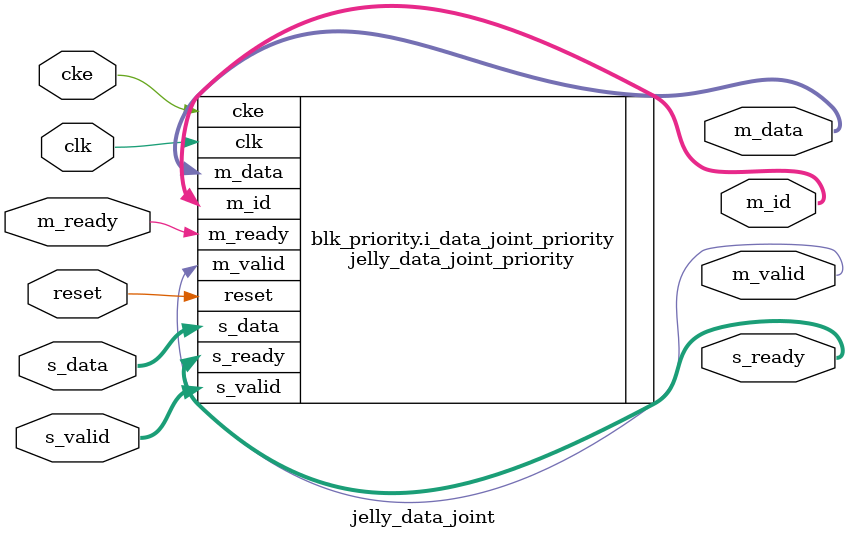
<source format=v>



`timescale 1ns / 1ps
`default_nettype none



module jelly_data_joint
        #(
            parameter   NUM         = 16,
            parameter   ID_WIDTH    = 4,
            parameter   DATA_WIDTH  = 32,
            parameter   S_REGS      = 1,
            parameter   M_REGS      = 1,
            parameter   ALGORITHM   = "PRIORITY",
            parameter   USE_M_READY = 1,
            parameter   NO_CONFLICT = 0
        )
        (
            input   wire                            reset,
            input   wire                            clk,
            input   wire                            cke,
            
            input   wire    [NUM*DATA_WIDTH-1:0]    s_data,
            input   wire    [NUM-1:0]               s_valid,
            output  wire    [NUM-1:0]               s_ready,
            
            output  wire    [ID_WIDTH-1:0]          m_id,
            output  wire    [DATA_WIDTH-1:0]        m_data,
            output  wire                            m_valid,
            input   wire                            m_ready
        );
    
    generate
    if ( ALGORITHM == "RINGBUS" ) begin : blk_ringbus
        jelly_data_arbiter_ring_bus
                #(
                    .S_NUM          (NUM),
                    .S_ID_WIDTH     (ID_WIDTH),
                    .M_NUM          (1),
                    .M_ID_WIDTH     (1),
                    .DATA_WIDTH     (DATA_WIDTH),
                    .NO_RING        (!USE_M_READY)
                )
            i_data_arbiter_ring_bus
                (
                    .reset          (reset),
                    .clk            (clk),
                    .cke            (cke),
                    
                    .s_id_to        (1'b0),
                    .s_data         (s_data),
                    .s_valid        (s_valid),
                    .s_ready        (s_ready),
                    
                    .m_id_from      (m_id),
                    .m_data         (m_data),
                    .m_valid        (m_valid),
                    .m_ready        (m_ready)
                );
    end
    else begin : blk_priority
        jelly_data_joint_priority
                #(
                    .NUM                (NUM),
                    .DATA_WIDTH         (DATA_WIDTH),
                    .NO_CONFLICT        (NO_CONFLICT),
                    .S_REGS             (S_REGS),
                    .M_REGS             (M_REGS)
                )
            i_data_joint_priority
                (
                    .reset              (reset),
                    .clk                (clk),
                    .cke                (cke),
                    
                    .s_data             (s_data ),
                    .s_valid            (s_valid),
                    .s_ready            (s_ready),
                    
                    .m_id               (m_id),
                    .m_data             (m_data ),
                    .m_valid            (m_valid),
                    .m_ready            (m_ready)
                );
    end
    endgenerate
    
endmodule



`default_nettype wire


// end of file

</source>
